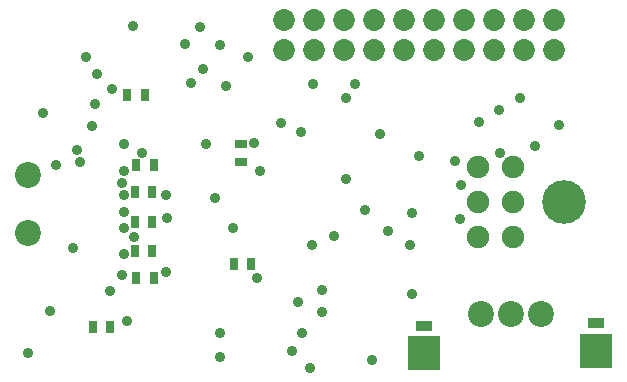
<source format=gbs>
G04 Layer_Color=16711935*
%FSLAX25Y25*%
%MOIN*%
G70*
G01*
G75*
%ADD39R,0.03937X0.02756*%
%ADD45R,0.02756X0.03937*%
%ADD47C,0.07287*%
%ADD48C,0.08661*%
%ADD49C,0.14567*%
%ADD50C,0.07480*%
%ADD51C,0.03543*%
%ADD52R,0.10787X0.11287*%
%ADD53R,0.05787X0.03787*%
D39*
X413500Y280047D02*
D03*
Y285953D02*
D03*
D45*
X369953Y225000D02*
D03*
X364047D02*
D03*
X411047Y246000D02*
D03*
X416953D02*
D03*
X381453Y302500D02*
D03*
X375547D02*
D03*
X384453Y279000D02*
D03*
X378547D02*
D03*
X383953Y250500D02*
D03*
X378047D02*
D03*
X383953Y260000D02*
D03*
X378047D02*
D03*
X383953Y270000D02*
D03*
X378047D02*
D03*
X384453Y241500D02*
D03*
X378547D02*
D03*
D47*
X428000Y327500D02*
D03*
Y317500D02*
D03*
X438000D02*
D03*
Y327500D02*
D03*
X458000D02*
D03*
Y317500D02*
D03*
X448000D02*
D03*
Y327500D02*
D03*
X488000D02*
D03*
Y317500D02*
D03*
X498000D02*
D03*
Y327500D02*
D03*
X478000D02*
D03*
Y317500D02*
D03*
X468000D02*
D03*
Y327500D02*
D03*
X518000D02*
D03*
Y317500D02*
D03*
X508000D02*
D03*
Y327500D02*
D03*
D48*
X342500Y256394D02*
D03*
Y275606D02*
D03*
X493500Y229500D02*
D03*
X503500D02*
D03*
X513500D02*
D03*
D49*
X521319Y266689D02*
D03*
D50*
X504311D02*
D03*
Y278500D02*
D03*
Y254878D02*
D03*
X492500D02*
D03*
Y266689D02*
D03*
Y278500D02*
D03*
D51*
X436500Y211500D02*
D03*
X430500Y217000D02*
D03*
X411000Y258000D02*
D03*
X370000Y237000D02*
D03*
X485000Y280500D02*
D03*
X470500Y263000D02*
D03*
X455000Y264000D02*
D03*
X405000Y268000D02*
D03*
X374500Y286000D02*
D03*
X364000Y292000D02*
D03*
X473000Y282000D02*
D03*
X448500Y301500D02*
D03*
X352000Y279000D02*
D03*
X402000Y286000D02*
D03*
X400000Y325000D02*
D03*
X395000Y319500D02*
D03*
X378000Y255000D02*
D03*
X388500Y269000D02*
D03*
X389000Y261500D02*
D03*
X388500Y243500D02*
D03*
X486500Y261000D02*
D03*
X487000Y272500D02*
D03*
X500000Y283000D02*
D03*
X499500Y297500D02*
D03*
X470500Y236000D02*
D03*
X470000Y252500D02*
D03*
X462500Y257000D02*
D03*
X440500Y230000D02*
D03*
Y237500D02*
D03*
X434000Y223000D02*
D03*
X432500Y233500D02*
D03*
X457045Y214006D02*
D03*
X342500Y216500D02*
D03*
X360000Y280000D02*
D03*
X347500Y296500D02*
D03*
X377500Y325500D02*
D03*
X362000Y315000D02*
D03*
X406500Y215000D02*
D03*
Y223000D02*
D03*
X350000Y230500D02*
D03*
X357500Y251500D02*
D03*
X374000Y273000D02*
D03*
X380500Y283000D02*
D03*
X511500Y285500D02*
D03*
X519500Y292500D02*
D03*
X506500Y301500D02*
D03*
X493000Y293500D02*
D03*
X460000Y289500D02*
D03*
X448500Y274500D02*
D03*
X451500Y306000D02*
D03*
X433500Y290000D02*
D03*
X427000Y293000D02*
D03*
X437500Y306000D02*
D03*
X408500Y305500D02*
D03*
X416000Y315000D02*
D03*
X406500Y319000D02*
D03*
X401000Y311000D02*
D03*
X437150Y252500D02*
D03*
X444500Y255500D02*
D03*
X370500Y304500D02*
D03*
X375500Y227000D02*
D03*
X365500Y309500D02*
D03*
X397000Y306500D02*
D03*
X365000Y299500D02*
D03*
X420000Y277000D02*
D03*
X359000Y284000D02*
D03*
X374500Y263500D02*
D03*
X419000Y241500D02*
D03*
X374500Y249500D02*
D03*
Y277000D02*
D03*
Y269000D02*
D03*
X374000Y242500D02*
D03*
X374500Y258000D02*
D03*
X418000Y286500D02*
D03*
D52*
X474500Y216250D02*
D03*
X532000Y217000D02*
D03*
D53*
X474500Y225500D02*
D03*
X532000Y226250D02*
D03*
M02*

</source>
